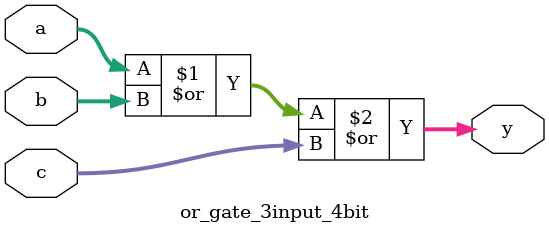
<source format=sv>
module or_gate_3input_4bit (
    input wire [3:0] a,
    input wire [3:0] b,
    input wire [3:0] c,
    output wire [3:0] y
);
    assign y = a | b | c;
endmodule

</source>
